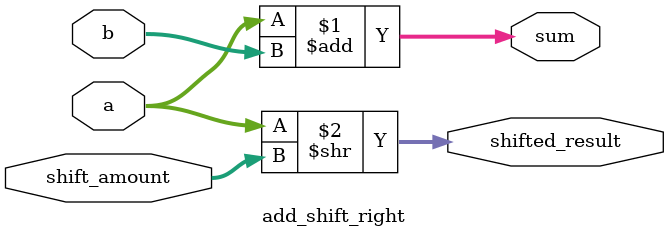
<source format=sv>
module add_shift_right (
    input [7:0] a,
    input [7:0] b,
    input [2:0] shift_amount,
    output [7:0] sum,
    output [7:0] shifted_result
);
    assign sum = a + b;                // 加法
    assign shifted_result = a >> shift_amount; // 右移
endmodule


</source>
